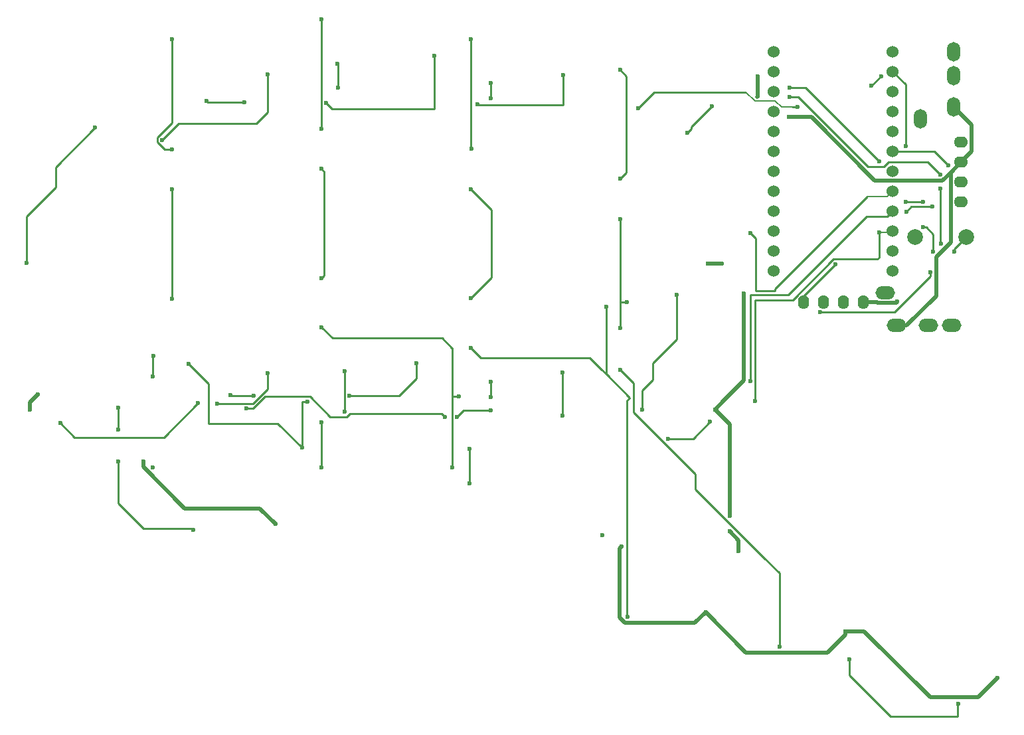
<source format=gbr>
%TF.GenerationSoftware,KiCad,Pcbnew,(5.1.10)-1*%
%TF.CreationDate,2021-10-28T21:07:40+02:00*%
%TF.ProjectId,yaohkib - lefft,79616f68-6b69-4622-902d-206c65666674,rev?*%
%TF.SameCoordinates,Original*%
%TF.FileFunction,Copper,L1,Top*%
%TF.FilePolarity,Positive*%
%FSLAX46Y46*%
G04 Gerber Fmt 4.6, Leading zero omitted, Abs format (unit mm)*
G04 Created by KiCad (PCBNEW (5.1.10)-1) date 2021-10-28 21:07:40*
%MOMM*%
%LPD*%
G01*
G04 APERTURE LIST*
%TA.AperFunction,ComponentPad*%
%ADD10O,2.500000X1.700000*%
%TD*%
%TA.AperFunction,ComponentPad*%
%ADD11O,1.397000X1.778000*%
%TD*%
%TA.AperFunction,ComponentPad*%
%ADD12C,1.524000*%
%TD*%
%TA.AperFunction,ComponentPad*%
%ADD13C,2.000000*%
%TD*%
%TA.AperFunction,ComponentPad*%
%ADD14O,1.778000X1.397000*%
%TD*%
%TA.AperFunction,ComponentPad*%
%ADD15O,1.700000X2.500000*%
%TD*%
%TA.AperFunction,ViaPad*%
%ADD16C,0.600000*%
%TD*%
%TA.AperFunction,Conductor*%
%ADD17C,0.500000*%
%TD*%
%TA.AperFunction,Conductor*%
%ADD18C,0.203200*%
%TD*%
%TA.AperFunction,Conductor*%
%ADD19C,0.250000*%
%TD*%
G04 APERTURE END LIST*
D10*
%TO.P,J7,A*%
%TO.N,Net-(J7-PadA)*%
X190325000Y-86325000D03*
%TO.P,J7,D*%
%TO.N,VCC*%
X191825000Y-90525000D03*
%TO.P,J7,C*%
%TO.N,GND*%
X195825000Y-90525000D03*
%TO.P,J7,B*%
%TO.N,P0.08*%
X198825000Y-90525000D03*
%TD*%
D11*
%TO.P,J5,4*%
%TO.N,GND*%
X187528000Y-87579500D03*
%TO.P,J5,3*%
%TO.N,VCC*%
X184988000Y-87579500D03*
%TO.P,J5,2*%
%TO.N,P0.17*%
X182448000Y-87579500D03*
%TO.P,J5,1*%
%TO.N,P0.15*%
X179908000Y-87579500D03*
%TD*%
D12*
%TO.P,U1,24*%
%TO.N,Net-(U1-Pad24)*%
X176113400Y-55629500D03*
%TO.P,U1,23*%
%TO.N,GND*%
X176113400Y-58169500D03*
%TO.P,U1,22*%
%TO.N,RESET*%
X176113400Y-60709500D03*
%TO.P,U1,21*%
%TO.N,VCC*%
X176113400Y-63249500D03*
%TO.P,U1,20*%
%TO.N,P0.30*%
X176113400Y-65789500D03*
%TO.P,U1,19*%
%TO.N,P0.31*%
X176113400Y-68329500D03*
%TO.P,U1,18*%
%TO.N,P0.29*%
X176113400Y-70869500D03*
%TO.P,U1,17*%
%TO.N,P0.02*%
X176113400Y-73409500D03*
%TO.P,U1,16*%
%TO.N,P1.13*%
X176113400Y-75949500D03*
%TO.P,U1,15*%
%TO.N,P0.03*%
X176113400Y-78489500D03*
%TO.P,U1,14*%
%TO.N,P0.28*%
X176113400Y-81029500D03*
%TO.P,U1,13*%
%TO.N,P1.11*%
X176113400Y-83569500D03*
%TO.P,U1,12*%
%TO.N,P1.06*%
X191333400Y-83569500D03*
%TO.P,U1,11*%
%TO.N,P0.10*%
X191333400Y-81029500D03*
%TO.P,U1,10*%
%TO.N,P0.09*%
X191333400Y-78489500D03*
%TO.P,U1,9*%
%TO.N,P0.24*%
X191333400Y-75949500D03*
%TO.P,U1,8*%
%TO.N,P0.13*%
X191333400Y-73409500D03*
%TO.P,U1,7*%
%TO.N,P0.20*%
X191333400Y-70869500D03*
%TO.P,U1,6*%
%TO.N,P0.17*%
X191333400Y-68329500D03*
%TO.P,U1,5*%
%TO.N,P0.15*%
X191333400Y-65789500D03*
%TO.P,U1,4*%
%TO.N,GND*%
X191333400Y-63249500D03*
%TO.P,U1,3*%
X191333400Y-60709500D03*
%TO.P,U1,2*%
%TO.N,P0.08*%
X191333400Y-58169500D03*
%TO.P,U1,1*%
%TO.N,LED*%
X191333400Y-55629500D03*
%TD*%
D13*
%TO.P,RSW1,2*%
%TO.N,GND*%
X194200000Y-79250000D03*
%TO.P,RSW1,1*%
%TO.N,RESET*%
X200700000Y-79250000D03*
%TD*%
D14*
%TO.P,J2,4*%
%TO.N,GND*%
X200050000Y-67170000D03*
%TO.P,J2,3*%
%TO.N,VCC*%
X200050000Y-69710000D03*
%TO.P,J2,2*%
%TO.N,P0.17*%
X200050000Y-72250000D03*
%TO.P,J2,1*%
%TO.N,P0.15*%
X200050000Y-74790000D03*
%TD*%
D15*
%TO.P,J1,A*%
%TO.N,Net-(J1-PadA)*%
X194889500Y-64137000D03*
%TO.P,J1,D*%
%TO.N,VCC*%
X199089500Y-62637000D03*
%TO.P,J1,C*%
%TO.N,GND*%
X199089500Y-58637000D03*
%TO.P,J1,B*%
%TO.N,P0.08*%
X199089500Y-55637000D03*
%TD*%
D16*
%TO.N,VCC*%
X178066500Y-63957500D03*
X172351500Y-86436500D03*
X170573500Y-114821000D03*
X171653000Y-119266000D03*
X168668500Y-101232000D03*
X170510000Y-116789500D03*
X167789500Y-82626500D03*
X112598000Y-115838000D03*
X169557500Y-82626500D03*
X95770500Y-107899500D03*
%TO.N,GND*%
X204673000Y-135458500D03*
X185242000Y-129553000D03*
X174129500Y-58750500D03*
X167462000Y-127076500D03*
X174066000Y-61290500D03*
X81292500Y-101295500D03*
X82308500Y-99327000D03*
X156767242Y-118694500D03*
X191925000Y-87500000D03*
%TO.N,LED*%
X158826000Y-62814500D03*
X189814000Y-58750500D03*
X179209500Y-62687500D03*
X188544000Y-59957000D03*
%TO.N,Net-(LED7-Pad2)*%
X140030000Y-59576000D03*
X140093500Y-61573010D03*
X168287500Y-62560500D03*
X165107000Y-65952500D03*
%TO.N,Net-(LED8-Pad2)*%
X149301000Y-58560000D03*
X120599000Y-60213000D03*
X138379000Y-62306500D03*
X120535500Y-57163000D03*
%TO.N,Net-(LED10-Pad4)*%
X108618831Y-62073831D03*
X119075000Y-62179500D03*
X103835000Y-61925500D03*
X132854500Y-56147000D03*
%TO.N,Net-(LED10-Pad2)*%
X98201280Y-66847761D03*
X111645500Y-58496500D03*
%TO.N,Net-(LED11-Pad2)*%
X80911500Y-82563000D03*
X89645335Y-65320165D03*
%TO.N,Net-(LED16-Pad2)*%
X159334000Y-101295500D03*
X163779000Y-86627000D03*
%TO.N,Net-(LED17-Pad2)*%
X162699500Y-104957039D03*
X168028549Y-102802069D03*
X140093500Y-97739500D03*
X140107000Y-99673010D03*
%TO.N,Net-(LED18-Pad2)*%
X121424500Y-96342500D03*
X149237500Y-96533000D03*
X149237500Y-101989510D03*
X121424500Y-101539500D03*
%TO.N,Net-(LED19-Pad2)*%
X122059500Y-99517500D03*
X106883000Y-99390500D03*
X109867500Y-99454000D03*
X130568500Y-95336500D03*
%TO.N,Net-(LED20-Pad2)*%
X105168500Y-100470000D03*
X102773280Y-100457300D03*
X85166000Y-102946500D03*
X111582000Y-96596500D03*
%TO.N,Net-(LED21-Pad2)*%
X102107000Y-116552500D03*
X92532000Y-101041500D03*
X92595500Y-103835500D03*
X92595500Y-107836000D03*
%TO.N,Net-(LED24-Pad2)*%
X154254000Y-117223010D03*
%TO.N,P0.20*%
X189560000Y-69609000D03*
X178130000Y-60211000D03*
%TO.N,P0.13*%
X173177000Y-78753000D03*
%TO.N,P0.24*%
X97065900Y-94419720D03*
X96989700Y-96987660D03*
X173177000Y-97612500D03*
%TO.N,P0.09*%
X189560000Y-78626000D03*
X173792000Y-100147500D03*
X118440000Y-102883000D03*
X118440000Y-108661500D03*
X137363000Y-110630000D03*
X137363000Y-106248500D03*
%TO.N,P0.08*%
X192975000Y-67650000D03*
X192975000Y-74775000D03*
X195150000Y-74750000D03*
X195149999Y-77975000D03*
X196500000Y-81100000D03*
%TO.N,P0.17*%
X198375000Y-70075000D03*
X196100000Y-83775000D03*
X182045273Y-88820273D03*
%TO.N,P0.15*%
X184035500Y-82698130D03*
X193053000Y-76000000D03*
X196400000Y-75375000D03*
%TO.N,RESET*%
X178130000Y-61417500D03*
X197363919Y-71295420D03*
X197350000Y-73075000D03*
X197450000Y-80100000D03*
X199150000Y-81100000D03*
%TO.N,P0.30*%
X134207000Y-102164500D03*
X135765500Y-102164500D03*
X96977000Y-108661500D03*
X140057000Y-101373021D03*
X108932000Y-101095000D03*
%TO.N,P0.31*%
X116725500Y-100216000D03*
X99390000Y-73165000D03*
X99390000Y-53988000D03*
X116027000Y-106121500D03*
X99453500Y-87135000D03*
X99453500Y-68085000D03*
X101549000Y-95413000D03*
%TO.N,P0.29*%
X118440000Y-70561500D03*
X118440000Y-65418000D03*
X135966000Y-99581000D03*
X135140500Y-108661500D03*
X118503500Y-90754500D03*
X118440000Y-51511500D03*
X118503500Y-84468000D03*
%TO.N,P0.02*%
X137490000Y-73165000D03*
X137553500Y-53988000D03*
X154762000Y-88097500D03*
X137553500Y-93358000D03*
X137617000Y-68021500D03*
X137490000Y-87071500D03*
X157492500Y-127711500D03*
%TO.N,P1.13*%
X157429000Y-87516000D03*
X156603500Y-90881500D03*
X156603500Y-76975000D03*
X156540000Y-96152000D03*
X199656500Y-138760500D03*
X156540000Y-71831500D03*
X185771447Y-133120773D03*
X156540000Y-57925000D03*
X176860000Y-131458000D03*
%TD*%
D17*
%TO.N,VCC*%
X169557500Y-82626500D02*
X167789500Y-82626500D01*
X172351500Y-97549000D02*
X169811500Y-100089000D01*
X170573500Y-114821000D02*
X170573500Y-103137000D01*
X171653000Y-117932500D02*
X170510000Y-116789500D01*
X170573500Y-103137000D02*
X168668500Y-101232000D01*
X171653000Y-119266000D02*
X171653000Y-117932500D01*
X172351500Y-86436500D02*
X172351500Y-97549000D01*
X169811500Y-100089000D02*
X168668500Y-101232000D01*
X95770500Y-108565002D02*
X101058488Y-113852990D01*
X110612990Y-113852990D02*
X112598000Y-115838000D01*
X101058488Y-113852990D02*
X110612990Y-113852990D01*
X95770500Y-107899500D02*
X95770500Y-108565002D01*
X198710990Y-79965597D02*
X198710990Y-71009010D01*
X198710990Y-71009010D02*
X200050000Y-69670000D01*
X201389010Y-64936510D02*
X199089500Y-62637000D01*
X201389010Y-68330990D02*
X201389010Y-64936510D01*
X200050000Y-69670000D02*
X201389010Y-68330990D01*
X180924000Y-63957500D02*
X178066500Y-63957500D01*
X189048001Y-72081501D02*
X180924000Y-63957500D01*
X197638499Y-72081501D02*
X189048001Y-72081501D01*
X198710990Y-71009010D02*
X197638499Y-72081501D01*
X193079002Y-90525000D02*
X191825000Y-90525000D01*
X196850001Y-86754001D02*
X193079002Y-90525000D01*
X196850001Y-81826586D02*
X196850001Y-86754001D01*
X198710990Y-79965597D02*
X196850001Y-81826586D01*
%TO.N,GND*%
X174066000Y-61290500D02*
X174066000Y-58814000D01*
X172593501Y-132208001D02*
X183011263Y-132208001D01*
X174002500Y-61354000D02*
X174066000Y-61290500D01*
X81292500Y-101295500D02*
X81292500Y-100343000D01*
X174066000Y-58814000D02*
X174129500Y-58750500D01*
X167462000Y-127076500D02*
X172593501Y-132208001D01*
X185242000Y-129977264D02*
X185242000Y-129553000D01*
X81292500Y-100343000D02*
X82308500Y-99327000D01*
X183011263Y-132208001D02*
X185242000Y-129977264D01*
X185242000Y-129553000D02*
X187693002Y-129553000D01*
X156467243Y-127796245D02*
X157132499Y-128461501D01*
X187693002Y-129553000D02*
X196089142Y-137949140D01*
X166076999Y-128461501D02*
X167462000Y-127076500D01*
X156467243Y-118994499D02*
X156467243Y-127796245D01*
X157132499Y-128461501D02*
X166076999Y-128461501D01*
X156767242Y-118694500D02*
X156467243Y-118994499D01*
X196089142Y-137949140D02*
X202182360Y-137949140D01*
X202182360Y-137949140D02*
X204673000Y-135458500D01*
X189386519Y-87625010D02*
X191799990Y-87625010D01*
X189341009Y-87579500D02*
X189386519Y-87625010D01*
X191799990Y-87625010D02*
X191925000Y-87500000D01*
X187528000Y-87579500D02*
X189341009Y-87579500D01*
D18*
%TO.N,LED*%
X178511000Y-62687500D02*
X177125530Y-62687500D01*
D19*
X188544000Y-59957000D02*
X188607500Y-59957000D01*
X160877010Y-60763490D02*
X172598804Y-60763490D01*
D18*
X177125530Y-62687500D02*
X176343639Y-61905609D01*
X173740923Y-61905609D02*
X172598804Y-60763490D01*
D19*
X188607500Y-59957000D02*
X189814000Y-58750500D01*
D18*
X176343639Y-61905609D02*
X173740923Y-61905609D01*
D19*
X178511000Y-62687500D02*
X179209500Y-62687500D01*
X158826000Y-62814500D02*
X160877010Y-60763490D01*
%TO.N,Net-(LED7-Pad2)*%
X168287500Y-62560500D02*
X165620500Y-65227500D01*
X165620500Y-65439000D02*
X165620500Y-65227500D01*
X165107000Y-65952500D02*
X165620500Y-65439000D01*
X140093500Y-61573010D02*
X140093500Y-59639500D01*
X140093500Y-59639500D02*
X140030000Y-59576000D01*
%TO.N,Net-(LED8-Pad2)*%
X149301000Y-62370000D02*
X138442500Y-62370000D01*
X120599000Y-60213000D02*
X120599000Y-57226500D01*
X120599000Y-57226500D02*
X120535500Y-57163000D01*
X149301000Y-58560000D02*
X149301000Y-62370000D01*
X138442500Y-62370000D02*
X138379000Y-62306500D01*
%TO.N,Net-(LED10-Pad4)*%
X119837000Y-62941500D02*
X119075000Y-62179500D01*
X108618831Y-62073831D02*
X103983331Y-62073831D01*
X103983331Y-62073831D02*
X103835000Y-61925500D01*
X132854500Y-56147000D02*
X132854500Y-62941500D01*
X132854500Y-62941500D02*
X119837000Y-62941500D01*
%TO.N,Net-(LED10-Pad2)*%
X98201280Y-66847761D02*
X100266041Y-64783000D01*
X110185000Y-64783000D02*
X100421240Y-64783000D01*
X111645500Y-58496500D02*
X111645500Y-62941500D01*
X100266041Y-64783000D02*
X100421240Y-64783000D01*
X111645500Y-63322500D02*
X110185000Y-64783000D01*
X111645500Y-62941500D02*
X111645500Y-63322500D01*
%TO.N,Net-(LED11-Pad2)*%
X89645335Y-65320165D02*
X84637580Y-70327920D01*
X80911500Y-76634998D02*
X80911500Y-82563000D01*
X84637580Y-70327920D02*
X84637580Y-72908918D01*
X84637580Y-72908918D02*
X80911500Y-76634998D01*
%TO.N,Net-(LED16-Pad2)*%
X163779000Y-86627000D02*
X163779000Y-92249002D01*
X160718001Y-95310001D02*
X160718001Y-97434999D01*
X163779000Y-92249002D02*
X160718001Y-95310001D01*
X160718001Y-97434999D02*
X159334000Y-98819000D01*
X159334000Y-98819000D02*
X159334000Y-101295500D01*
X159334000Y-101232000D02*
X159334000Y-101295500D01*
%TO.N,Net-(LED17-Pad2)*%
X168028549Y-102802069D02*
X165873579Y-104957039D01*
X165873579Y-104957039D02*
X162699500Y-104957039D01*
X140107000Y-99673010D02*
X140107000Y-97753000D01*
X140107000Y-97753000D02*
X140093500Y-97739500D01*
%TO.N,Net-(LED18-Pad2)*%
X121424500Y-101539500D02*
X121424500Y-96342500D01*
X149237500Y-96533000D02*
X149237500Y-101989510D01*
%TO.N,Net-(LED19-Pad2)*%
X130568500Y-95336500D02*
X130568500Y-97295000D01*
X130568500Y-97295000D02*
X128346000Y-99517500D01*
X106946500Y-99454000D02*
X106883000Y-99390500D01*
X128346000Y-99517500D02*
X122059500Y-99517500D01*
X109867500Y-99454000D02*
X106946500Y-99454000D01*
%TO.N,Net-(LED20-Pad2)*%
X109776502Y-100470000D02*
X105168500Y-100470000D01*
X111582000Y-98664502D02*
X109776502Y-100470000D01*
X102773280Y-100457300D02*
X98442580Y-104788000D01*
X111582000Y-96596500D02*
X111582000Y-98664502D01*
X87007500Y-104788000D02*
X85166000Y-102946500D01*
X98442580Y-104788000D02*
X87007500Y-104788000D01*
%TO.N,Net-(LED21-Pad2)*%
X92595500Y-113188838D02*
X93850831Y-114444169D01*
X101932000Y-116377500D02*
X102107000Y-116552500D01*
X95784162Y-116377500D02*
X101932000Y-116377500D01*
X93850831Y-114444169D02*
X95784162Y-116377500D01*
X92532000Y-101041500D02*
X92532000Y-103772000D01*
X92595500Y-107836000D02*
X92595500Y-113188838D01*
X92532000Y-103772000D02*
X92595500Y-103835500D01*
%TO.N,P0.20*%
X180162000Y-60211000D02*
X189560000Y-69609000D01*
X178130000Y-60211000D02*
X179400000Y-60211000D01*
X179400000Y-60211000D02*
X180162000Y-60211000D01*
%TO.N,P0.13*%
X173812000Y-79388000D02*
X173177000Y-78753000D01*
X176342138Y-86119000D02*
X173812000Y-86119000D01*
X173812000Y-86119000D02*
X173812000Y-79388000D01*
X176342138Y-85811362D02*
X188036000Y-74117500D01*
D18*
X188036000Y-74117500D02*
X190625400Y-74117500D01*
X190625400Y-74117500D02*
X191333400Y-73409500D01*
D19*
X176342138Y-86119000D02*
X176342138Y-85811362D01*
%TO.N,P0.24*%
X178009760Y-86627860D02*
X187980120Y-76657500D01*
X96989700Y-96987660D02*
X96989700Y-94495920D01*
X190625400Y-76657500D02*
X191333400Y-75949500D01*
X173177000Y-86627860D02*
X173177000Y-97612500D01*
X96989700Y-94495920D02*
X97065900Y-94419720D01*
X173177000Y-86627860D02*
X178009760Y-86627860D01*
X187980120Y-76657500D02*
X190625400Y-76657500D01*
X178009760Y-86627860D02*
X178068610Y-86569010D01*
%TO.N,P0.09*%
X173802001Y-100137499D02*
X173792000Y-100147500D01*
X189385008Y-82073130D02*
X189560000Y-81898138D01*
X173802001Y-87252861D02*
X178596678Y-87252861D01*
X137363000Y-106248500D02*
X137363000Y-110630000D01*
X178596678Y-87252861D02*
X183776409Y-82073130D01*
X183776409Y-82073130D02*
X189385008Y-82073130D01*
X189560000Y-81898138D02*
X189560000Y-78626000D01*
D18*
X189560000Y-78626000D02*
X191196900Y-78626000D01*
D19*
X118440000Y-102883000D02*
X118440000Y-108661500D01*
D18*
X191196900Y-78626000D02*
X191333400Y-78489500D01*
D19*
X173802001Y-87252861D02*
X173802001Y-100137499D01*
%TO.N,P0.08*%
X192975000Y-59811100D02*
X192975000Y-67650000D01*
X191333400Y-58169500D02*
X192975000Y-59811100D01*
X195125000Y-74775000D02*
X195150000Y-74750000D01*
X192975000Y-74775000D02*
X195125000Y-74775000D01*
X196500000Y-78900737D02*
X196500000Y-81100000D01*
X195574263Y-77975000D02*
X196500000Y-78900737D01*
X195149999Y-77975000D02*
X195574263Y-77975000D01*
%TO.N,P0.17*%
X196629500Y-68329500D02*
X198375000Y-70075000D01*
X191333400Y-68329500D02*
X196629500Y-68329500D01*
X196100000Y-84250002D02*
X196100000Y-83775000D01*
X191529729Y-88820273D02*
X196100000Y-84250002D01*
X182045273Y-88820273D02*
X191529729Y-88820273D01*
%TO.N,P0.15*%
X179908000Y-86825630D02*
X184035500Y-82698130D01*
X179908000Y-87579500D02*
X179908000Y-86825630D01*
X193678000Y-75375000D02*
X196400000Y-75375000D01*
X193053000Y-76000000D02*
X193678000Y-75375000D01*
%TO.N,RESET*%
X179273000Y-61417500D02*
X178130000Y-61417500D01*
X190152000Y-70307500D02*
X190787000Y-69672500D01*
X188163000Y-70307500D02*
X179273000Y-61417500D01*
X190787000Y-69672500D02*
X194830500Y-69672500D01*
X188163000Y-70307500D02*
X190152000Y-70307500D01*
X195740999Y-69672500D02*
X197363919Y-71295420D01*
X194830500Y-69672500D02*
X195740999Y-69672500D01*
X197350000Y-80000000D02*
X197450000Y-80100000D01*
X197350000Y-73075000D02*
X197350000Y-80000000D01*
X199150000Y-80800000D02*
X200700000Y-79250000D01*
X199150000Y-81100000D02*
X199150000Y-80800000D01*
%TO.N,P0.30*%
X133798999Y-101756499D02*
X122132503Y-101756499D01*
X111291913Y-99590999D02*
X109787912Y-101095000D01*
X136556979Y-101373021D02*
X135765500Y-102164500D01*
X122132503Y-101756499D02*
X121724501Y-102164501D01*
X119599003Y-102164501D02*
X117025501Y-99590999D01*
X134207000Y-102164500D02*
X133798999Y-101756499D01*
X140057000Y-101373021D02*
X136556979Y-101373021D01*
X109787912Y-101095000D02*
X108932000Y-101095000D01*
X121724501Y-102164501D02*
X119599003Y-102164501D01*
X117025501Y-99590999D02*
X111291913Y-99590999D01*
%TO.N,P0.31*%
X97576279Y-67147762D02*
X97576279Y-66525923D01*
X97576279Y-66525923D02*
X99416441Y-64685761D01*
X116090500Y-100216000D02*
X116027000Y-100279500D01*
X104089000Y-103010000D02*
X112915500Y-103010000D01*
X99416441Y-54014441D02*
X99390000Y-53988000D01*
X116027000Y-100279500D02*
X116027000Y-106121500D01*
X112915500Y-103010000D02*
X116027000Y-106121500D01*
X99390000Y-73165000D02*
X99390000Y-87071500D01*
X98513517Y-68085000D02*
X97576279Y-67147762D01*
X99416441Y-64685761D02*
X99416441Y-54014441D01*
X99390000Y-87071500D02*
X99453500Y-87135000D01*
X104089000Y-97953000D02*
X104089000Y-103010000D01*
X99453500Y-68085000D02*
X98513517Y-68085000D01*
X101549000Y-95413000D02*
X104089000Y-97953000D01*
X99331419Y-54046581D02*
X99390000Y-53988000D01*
X99390000Y-68021500D02*
X99453500Y-68085000D01*
X116725500Y-100216000D02*
X116090500Y-100216000D01*
%TO.N,P0.29*%
X135140500Y-93421500D02*
X135140500Y-99517500D01*
X118503500Y-84468000D02*
X118803499Y-84168001D01*
X135966000Y-99581000D02*
X135204000Y-99581000D01*
X119900500Y-92151500D02*
X133870500Y-92151500D01*
X135204000Y-99581000D02*
X135140500Y-99517500D01*
X133870500Y-92151500D02*
X135077000Y-93358000D01*
X135077000Y-93358000D02*
X135140500Y-93421500D01*
X118503500Y-90754500D02*
X119900500Y-92151500D01*
X118803499Y-84168001D02*
X118803499Y-70924999D01*
X118803499Y-70924999D02*
X118440000Y-70561500D01*
X118440000Y-51511500D02*
X118440000Y-65418000D01*
X118440000Y-84404500D02*
X118503500Y-84468000D01*
X135140500Y-99517500D02*
X135140500Y-108661500D01*
%TO.N,P0.02*%
X152666500Y-94628000D02*
X154127000Y-96088500D01*
X137553500Y-53988000D02*
X137553500Y-67958000D01*
X137553500Y-93358000D02*
X138823500Y-94628000D01*
X137490000Y-73165000D02*
X140137001Y-75812001D01*
X140137001Y-75812001D02*
X140137001Y-84424499D01*
X138823500Y-94628000D02*
X152666500Y-94628000D01*
X154762000Y-88097500D02*
X154762000Y-96723500D01*
X140137001Y-84424499D02*
X137490000Y-87071500D01*
X154127000Y-96088500D02*
X154762000Y-96723500D01*
X154762000Y-96723500D02*
X157787001Y-99748501D01*
X157392242Y-127611242D02*
X157492500Y-127711500D01*
X137553500Y-67958000D02*
X137617000Y-68021500D01*
X157787001Y-99748501D02*
X157392242Y-100143260D01*
X157392242Y-100143260D02*
X157392242Y-127611242D01*
%TO.N,P1.13*%
X157362001Y-71009499D02*
X156540000Y-71831500D01*
X156603500Y-76975000D02*
X156603500Y-87579500D01*
X158237011Y-97849011D02*
X158237011Y-101595511D01*
X156540000Y-57925000D02*
X157362001Y-58747001D01*
X157429000Y-87516000D02*
X156667000Y-87516000D01*
X157362001Y-58747001D02*
X157362001Y-71009499D01*
X156540000Y-96152000D02*
X158237011Y-97849011D01*
X156667000Y-87516000D02*
X156603500Y-87579500D01*
X156603500Y-87579500D02*
X156603500Y-90881500D01*
X166154001Y-111417501D02*
X174764500Y-120028000D01*
X158237011Y-101595511D02*
X166154001Y-109512501D01*
X185771447Y-133120773D02*
X185771447Y-135142449D01*
X185771447Y-135142449D02*
X191019132Y-140390134D01*
X199593000Y-138824000D02*
X199656500Y-138760500D01*
X176860000Y-122123500D02*
X176860000Y-131458000D01*
X191019132Y-140390134D02*
X199593000Y-140390134D01*
X174764500Y-120028000D02*
X176860000Y-122123500D01*
X166154001Y-109512501D02*
X166154001Y-111417501D01*
X199593000Y-140390134D02*
X199593000Y-138824000D01*
%TD*%
M02*

</source>
